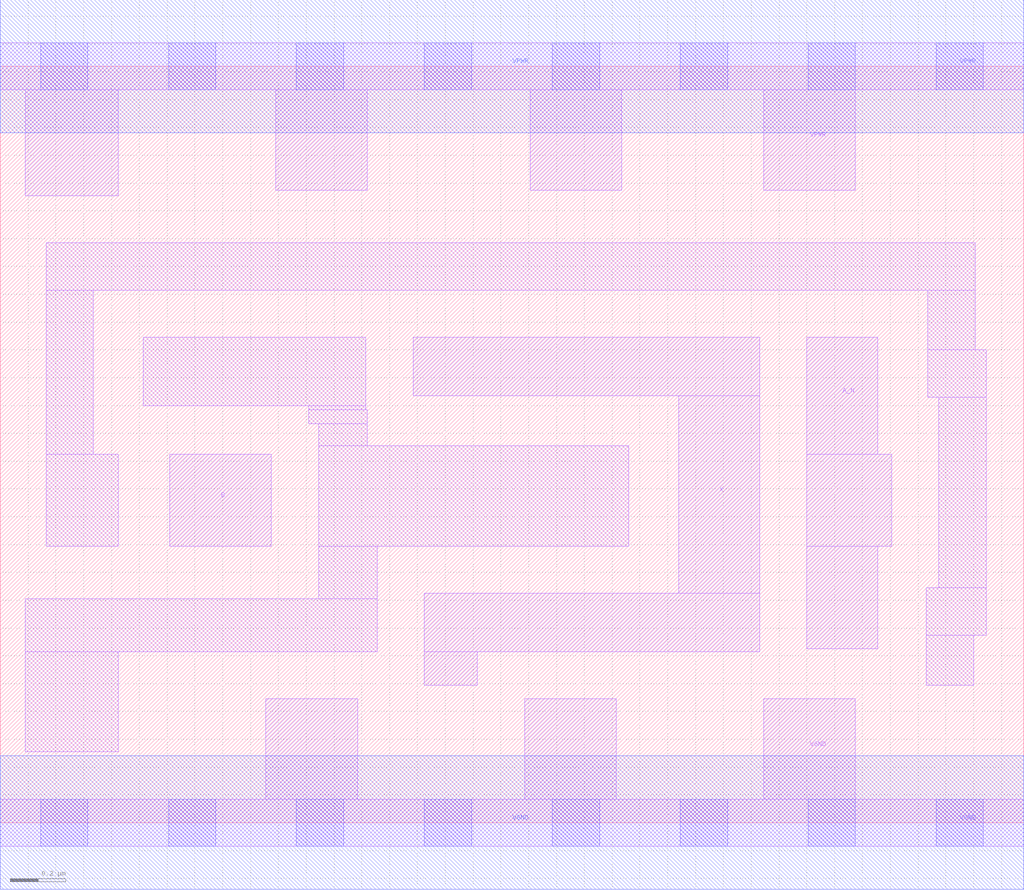
<source format=lef>
# Copyright 2020 The SkyWater PDK Authors
#
# Licensed under the Apache License, Version 2.0 (the "License");
# you may not use this file except in compliance with the License.
# You may obtain a copy of the License at
#
#     https://www.apache.org/licenses/LICENSE-2.0
#
# Unless required by applicable law or agreed to in writing, software
# distributed under the License is distributed on an "AS IS" BASIS,
# WITHOUT WARRANTIES OR CONDITIONS OF ANY KIND, either express or implied.
# See the License for the specific language governing permissions and
# limitations under the License.
#
# SPDX-License-Identifier: Apache-2.0

VERSION 5.7 ;
  NAMESCASESENSITIVE ON ;
  NOWIREEXTENSIONATPIN ON ;
  DIVIDERCHAR "/" ;
  BUSBITCHARS "[]" ;
UNITS
  DATABASE MICRONS 200 ;
END UNITS
MACRO sky130_fd_sc_hd__and2b_4
  CLASS CORE ;
  SOURCE USER ;
  FOREIGN sky130_fd_sc_hd__and2b_4 ;
  ORIGIN  0.000000  0.000000 ;
  SIZE  3.680000 BY  2.720000 ;
  SYMMETRY X Y R90 ;
  SITE unithd ;
  PIN A_N
    ANTENNAGATEAREA  0.126000 ;
    DIRECTION INPUT ;
    USE SIGNAL ;
    PORT
      LAYER li1 ;
        RECT 2.900000 0.625000 3.155000 0.995000 ;
        RECT 2.900000 0.995000 3.205000 1.325000 ;
        RECT 2.900000 1.325000 3.155000 1.745000 ;
    END
  END A_N
  PIN B
    ANTENNAGATEAREA  0.247500 ;
    DIRECTION INPUT ;
    USE SIGNAL ;
    PORT
      LAYER li1 ;
        RECT 0.610000 0.995000 0.975000 1.325000 ;
    END
  END B
  PIN X
    ANTENNADIFFAREA  0.934000 ;
    DIRECTION OUTPUT ;
    USE SIGNAL ;
    PORT
      LAYER li1 ;
        RECT 1.485000 1.535000 2.730000 1.745000 ;
        RECT 1.525000 0.495000 1.715000 0.615000 ;
        RECT 1.525000 0.615000 2.730000 0.825000 ;
        RECT 2.440000 0.825000 2.730000 1.535000 ;
    END
  END X
  PIN VGND
    DIRECTION INOUT ;
    SHAPE ABUTMENT ;
    USE GROUND ;
    PORT
      LAYER li1 ;
        RECT 0.000000 -0.085000 3.680000 0.085000 ;
        RECT 0.955000  0.085000 1.285000 0.445000 ;
        RECT 1.885000  0.085000 2.215000 0.445000 ;
        RECT 2.745000  0.085000 3.075000 0.445000 ;
      LAYER mcon ;
        RECT 0.145000 -0.085000 0.315000 0.085000 ;
        RECT 0.605000 -0.085000 0.775000 0.085000 ;
        RECT 1.065000 -0.085000 1.235000 0.085000 ;
        RECT 1.525000 -0.085000 1.695000 0.085000 ;
        RECT 1.985000 -0.085000 2.155000 0.085000 ;
        RECT 2.445000 -0.085000 2.615000 0.085000 ;
        RECT 2.905000 -0.085000 3.075000 0.085000 ;
        RECT 3.365000 -0.085000 3.535000 0.085000 ;
      LAYER met1 ;
        RECT 0.000000 -0.240000 3.680000 0.240000 ;
    END
  END VGND
  PIN VPWR
    DIRECTION INOUT ;
    SHAPE ABUTMENT ;
    USE POWER ;
    PORT
      LAYER li1 ;
        RECT 0.000000 2.635000 3.680000 2.805000 ;
        RECT 0.090000 2.255000 0.425000 2.635000 ;
        RECT 0.990000 2.275000 1.320000 2.635000 ;
        RECT 1.905000 2.275000 2.235000 2.635000 ;
        RECT 2.745000 2.275000 3.075000 2.635000 ;
      LAYER mcon ;
        RECT 0.145000 2.635000 0.315000 2.805000 ;
        RECT 0.605000 2.635000 0.775000 2.805000 ;
        RECT 1.065000 2.635000 1.235000 2.805000 ;
        RECT 1.525000 2.635000 1.695000 2.805000 ;
        RECT 1.985000 2.635000 2.155000 2.805000 ;
        RECT 2.445000 2.635000 2.615000 2.805000 ;
        RECT 2.905000 2.635000 3.075000 2.805000 ;
        RECT 3.365000 2.635000 3.535000 2.805000 ;
      LAYER met1 ;
        RECT 0.000000 2.480000 3.680000 2.960000 ;
    END
  END VPWR
  OBS
    LAYER li1 ;
      RECT 0.090000 0.255000 0.425000 0.615000 ;
      RECT 0.090000 0.615000 1.355000 0.805000 ;
      RECT 0.165000 0.995000 0.425000 1.325000 ;
      RECT 0.165000 1.325000 0.335000 1.915000 ;
      RECT 0.165000 1.915000 3.505000 2.085000 ;
      RECT 0.515000 1.500000 1.315000 1.745000 ;
      RECT 1.110000 1.435000 1.320000 1.485000 ;
      RECT 1.110000 1.485000 1.315000 1.500000 ;
      RECT 1.145000 0.805000 1.355000 0.995000 ;
      RECT 1.145000 0.995000 2.260000 1.355000 ;
      RECT 1.145000 1.355000 1.320000 1.435000 ;
      RECT 3.330000 0.495000 3.500000 0.675000 ;
      RECT 3.330000 0.675000 3.545000 0.845000 ;
      RECT 3.335000 1.530000 3.545000 1.700000 ;
      RECT 3.335000 1.700000 3.505000 1.915000 ;
      RECT 3.375000 0.845000 3.545000 1.530000 ;
  END
END sky130_fd_sc_hd__and2b_4

</source>
